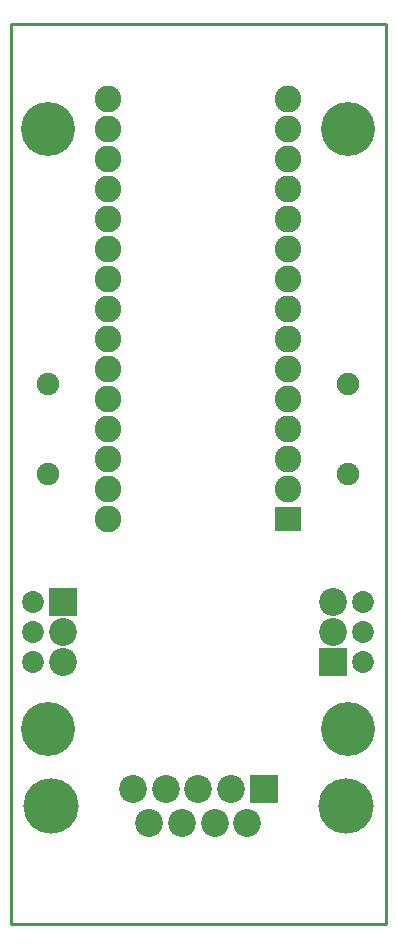
<source format=gts>
G04 (created by PCBNEW-RS274X (2010-03-14)-final) date Wed 16 Feb 2011 04:18:36 PM PST*
G01*
G70*
G90*
%MOIN*%
G04 Gerber Fmt 3.4, Leading zero omitted, Abs format*
%FSLAX34Y34*%
G04 APERTURE LIST*
%ADD10C,0.006000*%
%ADD11C,0.009000*%
%ADD12C,0.093000*%
%ADD13R,0.093000X0.093000*%
%ADD14C,0.073000*%
%ADD15C,0.185000*%
%ADD16C,0.075000*%
%ADD17C,0.180000*%
%ADD18R,0.089000X0.080000*%
%ADD19C,0.089000*%
G04 APERTURE END LIST*
G54D10*
G54D11*
X59250Y-25000D02*
X46750Y-25000D01*
X59250Y-55000D02*
X59250Y-25000D01*
X46750Y-55000D02*
X59250Y-55000D01*
X46750Y-25000D02*
X46750Y-55000D01*
G54D12*
X48500Y-45250D03*
X48500Y-46250D03*
G54D13*
X48500Y-44250D03*
G54D14*
X47500Y-44250D03*
X47500Y-45250D03*
X47500Y-46250D03*
G54D12*
X57500Y-45250D03*
X57500Y-44250D03*
G54D13*
X57500Y-46250D03*
G54D14*
X58500Y-46250D03*
X58500Y-45250D03*
X58500Y-44250D03*
G54D12*
X53000Y-50500D03*
X51910Y-50500D03*
X50820Y-50500D03*
X54090Y-50500D03*
G54D13*
X55180Y-50500D03*
G54D12*
X54635Y-51620D03*
X53545Y-51620D03*
X52455Y-51620D03*
X51365Y-51620D03*
G54D15*
X48080Y-51060D03*
X57920Y-51060D03*
G54D16*
X58000Y-37000D03*
X58000Y-40000D03*
X48000Y-37000D03*
X48000Y-40000D03*
G54D17*
X58000Y-48500D03*
X48000Y-48500D03*
X58000Y-28500D03*
X48000Y-28500D03*
G54D18*
X56000Y-41500D03*
G54D19*
X56000Y-40500D03*
X56000Y-39500D03*
X56000Y-38500D03*
X56000Y-37500D03*
X56000Y-36500D03*
X56000Y-35500D03*
X56000Y-34500D03*
X56000Y-33500D03*
X56000Y-32500D03*
X56000Y-31500D03*
X56000Y-30500D03*
X56000Y-29500D03*
X56000Y-28500D03*
X56000Y-27500D03*
X50000Y-27500D03*
X50000Y-28500D03*
X50000Y-29500D03*
X50000Y-30500D03*
X50000Y-31500D03*
X50000Y-32500D03*
X50000Y-33500D03*
X50000Y-34500D03*
X50000Y-35500D03*
X50000Y-36500D03*
X50000Y-37500D03*
X50000Y-38500D03*
X50000Y-39500D03*
X50000Y-40500D03*
X50000Y-41500D03*
M02*

</source>
